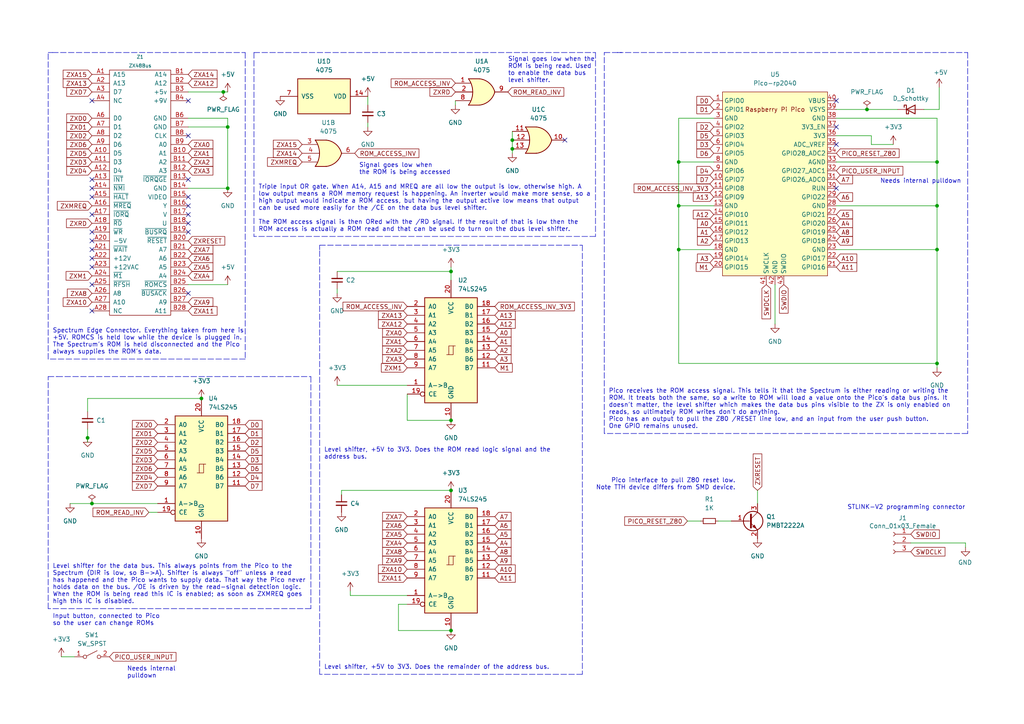
<source format=kicad_sch>
(kicad_sch (version 20211123) (generator eeschema)
  (paper "A4")
  (title_block (title "ZX Spectrum Pico ROM") (date "2023-02-15") (rev "1.2"))
  (lib_symbols
    (symbol "4xxx:4075" (pin_names (offset 1.016))
      (property "Reference" "U" (at 0 1.27 0))
      (property "Value" "4075" (at 0 -1.27 0))
      (symbol "4075_1_1"
        (arc (start -3.81 -3.81) (mid -2.589 0) (end -3.81 3.81) (stroke (width 0.254)))
        (arc (start -0.6096 -3.81) (mid 2.1842 -2.5851) (end 3.81 0) (stroke (width 0.254)) (fill (type background)))
        (polyline (pts (xy -3.81 -3.81) (xy -0.635 -3.81)) (stroke (width 0.254)) (fill (type background)))
        (polyline (pts (xy -3.81 3.81) (xy -0.635 3.81)) (stroke (width 0.254)) (fill (type background)))
        (polyline (pts (xy -0.635 3.81) (xy -3.81 3.81) (xy -3.81 3.81) (xy -3.556 3.4036) (xy -3.0226 2.2606) (xy -2.6924 1.0414) (xy -2.6162 -0.254) (xy -2.7686 -1.4986) (xy -3.175 -2.7178) (xy -3.81 -3.81) (xy -3.81 -3.81) (xy -0.635 -3.81)) (stroke (width -25.4)) (fill (type background)))
        (arc (start 3.81 0) (mid 2.1915 2.5936) (end -0.6096 3.81) (stroke (width 0.254)) (fill (type background)))
        (pin input line (at -7.62 2.54 0) (length 4.318) (name "~") (number "1"))
        (pin input line (at -7.62 0 0) (length 4.953) (name "~") (number "2"))
        (pin input line (at -7.62 -2.54 0) (length 4.318) (name "~") (number "8"))
        (pin output line (at 7.62 0 180) (length 3.81) (name "~") (number "9"))
      )
      (symbol "4075_1_2"
        (arc (start 0 -3.81) (mid 3.81 0) (end 0 3.81) (stroke (width 0.254)) (fill (type background)))
        (polyline (pts (xy 0 3.81) (xy -3.81 3.81) (xy -3.81 -3.81) (xy 0 -3.81)) (stroke (width 0.254)) (fill (type background)))
        (pin input inverted (at -7.62 2.54 0) (length 3.81) (name "~") (number "1"))
        (pin input inverted (at -7.62 0 0) (length 3.81) (name "~") (number "2"))
        (pin input inverted (at -7.62 -2.54 0) (length 3.81) (name "~") (number "8"))
        (pin output inverted (at 7.62 0 180) (length 3.81) (name "~") (number "9"))
      )
      (symbol "4075_2_1"
        (arc (start -3.81 -3.81) (mid -2.589 0) (end -3.81 3.81) (stroke (width 0.254)))
        (arc (start -0.6096 -3.81) (mid 2.1842 -2.5851) (end 3.81 0) (stroke (width 0.254)) (fill (type background)))
        (polyline (pts (xy -3.81 -3.81) (xy -0.635 -3.81)) (stroke (width 0.254)) (fill (type background)))
        (polyline (pts (xy -3.81 3.81) (xy -0.635 3.81)) (stroke (width 0.254)) (fill (type background)))
        (polyline (pts (xy -0.635 3.81) (xy -3.81 3.81) (xy -3.81 3.81) (xy -3.556 3.4036) (xy -3.0226 2.2606) (xy -2.6924 1.0414) (xy -2.6162 -0.254) (xy -2.7686 -1.4986) (xy -3.175 -2.7178) (xy -3.81 -3.81) (xy -3.81 -3.81) (xy -0.635 -3.81)) (stroke (width -25.4)) (fill (type background)))
        (arc (start 3.81 0) (mid 2.1915 2.5936) (end -0.6096 3.81) (stroke (width 0.254)) (fill (type background)))
        (pin input line (at -7.62 2.54 0) (length 4.318) (name "~") (number "3"))
        (pin input line (at -7.62 0 0) (length 4.953) (name "~") (number "4"))
        (pin input line (at -7.62 -2.54 0) (length 4.318) (name "~") (number "5"))
        (pin output line (at 7.62 0 180) (length 3.81) (name "~") (number "6"))
      )
      (symbol "4075_2_2"
        (arc (start 0 -3.81) (mid 3.81 0) (end 0 3.81) (stroke (width 0.254)) (fill (type background)))
        (polyline (pts (xy 0 3.81) (xy -3.81 3.81) (xy -3.81 -3.81) (xy 0 -3.81)) (stroke (width 0.254)) (fill (type background)))
        (pin input inverted (at -7.62 2.54 0) (length 3.81) (name "~") (number "3"))
        (pin input inverted (at -7.62 0 0) (length 3.81) (name "~") (number "4"))
        (pin input inverted (at -7.62 -2.54 0) (length 3.81) (name "~") (number "5"))
        (pin output inverted (at 7.62 0 180) (length 3.81) (name "~") (number "6"))
      )
      (symbol "4075_3_1"
        (arc (start -3.81 -3.81) (mid -2.589 0) (end -3.81 3.81) (stroke (width 0.254)))
        (arc (start -0.6096 -3.81) (mid 2.1842 -2.5851) (end 3.81 0) (stroke (width 0.254)) (fill (type background)))
        (polyline (pts (xy -3.81 -3.81) (xy -0.635 -3.81)) (stroke (width 0.254)) (fill (type background)))
        (polyline (pts (xy -3.81 3.81) (xy -0.635 3.81)) (stroke (width 0.254)) (fill (type background)))
        (polyline (pts (xy -0.635 3.81) (xy -3.81 3.81) (xy -3.81 3.81) (xy -3.556 3.4036) (xy -3.0226 2.2606) (xy -2.6924 1.0414) (xy -2.6162 -0.254) (xy -2.7686 -1.4986) (xy -3.175 -2.7178) (xy -3.81 -3.81) (xy -3.81 -3.81) (xy -0.635 -3.81)) (stroke (width -25.4)) (fill (type background)))
        (arc (start 3.81 0) (mid 2.1915 2.5936) (end -0.6096 3.81) (stroke (width 0.254)) (fill (type background)))
        (pin output line (at 7.62 0 180) (length 3.81) (name "~") (number "10"))
        (pin input line (at -7.62 2.54 0) (length 4.318) (name "~") (number "11"))
        (pin input line (at -7.62 0 0) (length 4.953) (name "~") (number "12"))
        (pin input line (at -7.62 -2.54 0) (length 4.318) (name "~") (number "13"))
      )
      (symbol "4075_3_2"
        (arc (start 0 -3.81) (mid 3.81 0) (end 0 3.81) (stroke (width 0.254)) (fill (type background)))
        (polyline (pts (xy 0 3.81) (xy -3.81 3.81) (xy -3.81 -3.81) (xy 0 -3.81)) (stroke (width 0.254)) (fill (type background)))
        (pin output inverted (at 7.62 0 180) (length 3.81) (name "~") (number "10"))
        (pin input inverted (at -7.62 2.54 0) (length 3.81) (name "~") (number "11"))
        (pin input inverted (at -7.62 0 0) (length 3.81) (name "~") (number "12"))
        (pin input inverted (at -7.62 -2.54 0) (length 3.81) (name "~") (number "13"))
      )
      (symbol "4075_4_0"
        (pin power_in line (at 0 12.7 270) (length 5.08) (name "VDD") (number "14"))
        (pin power_in line (at 0 -12.7 90) (length 5.08) (name "VSS") (number "7"))
      )
      (symbol "4075_4_1"
        (rectangle (start -5.08 7.62) (end 5.08 -7.62) (stroke (width 0.254)) (fill (type background)))
      )
    )
    (symbol "74LS245_1" (pin_names (offset 1.016))
      (property "Reference" "U2" (at 2.0194 20.32 0))
      (property "Value" "74LS245_1" (at 2.0194 17.78 0))
      (symbol "74LS245_1_1_0"
        (polyline (pts (xy -0.635 -1.27) (xy -0.635 1.27) (xy 0.635 1.27)))
        (polyline (pts (xy -1.27 -1.27) (xy 0.635 -1.27) (xy 0.635 1.27) (xy 1.27 1.27)))
        (pin input line (at -12.7 -10.16 0) (length 5.08) (name "A->B") (number "1"))
        (pin power_in line (at 0 -20.32 90) (length 5.08) (name "GND") (number "10"))
        (pin tri_state line (at 12.7 -5.08 180) (length 5.08) (name "B7") (number "11"))
        (pin tri_state line (at 12.7 -2.54 180) (length 5.08) (name "B6") (number "12"))
        (pin tri_state line (at 12.7 0 180) (length 5.08) (name "B5") (number "13"))
        (pin tri_state line (at 12.7 2.54 180) (length 5.08) (name "B4") (number "14"))
        (pin tri_state line (at 12.7 5.08 180) (length 5.08) (name "B3") (number "15"))
        (pin tri_state line (at 12.7 7.62 180) (length 5.08) (name "B2") (number "16"))
        (pin tri_state line (at 12.7 10.16 180) (length 5.08) (name "B1") (number "17"))
        (pin tri_state line (at 12.7 12.7 180) (length 5.08) (name "B0") (number "18"))
        (pin input inverted (at -12.7 -12.7 0) (length 5.08) (name "CE") (number "19"))
        (pin input line (at -12.7 12.7 0) (length 5.08) (name "A0") (number "2"))
        (pin power_in line (at 0 20.32 270) (length 5.08) (name "VCC") (number "20"))
        (pin tri_state line (at -12.7 10.16 0) (length 5.08) (name "A1") (number "3"))
        (pin tri_state line (at -12.7 7.62 0) (length 5.08) (name "A2") (number "4"))
        (pin tri_state line (at -12.7 5.08 0) (length 5.08) (name "A3") (number "5"))
        (pin tri_state line (at -12.7 2.54 0) (length 5.08) (name "A4") (number "6"))
        (pin tri_state line (at -12.7 0 0) (length 5.08) (name "A5") (number "7"))
        (pin tri_state line (at -12.7 -2.54 0) (length 5.08) (name "A6") (number "8"))
        (pin tri_state line (at -12.7 -5.08 0) (length 5.08) (name "A7") (number "9"))
      )
      (symbol "74LS245_1_1_1"
        (rectangle (start -7.62 15.24) (end 7.62 -15.24) (stroke (width 0.254)) (fill (type background)))
      )
    )
    (symbol "74xx:74LS245" (pin_names (offset 1.016))
      (property "Reference" "U" (at -7.62 16.51 0))
      (property "Value" "74LS245" (at -7.62 -16.51 0))
      (symbol "74LS245_1_0"
        (polyline (pts (xy -0.635 -1.27) (xy -0.635 1.27) (xy 0.635 1.27)))
        (polyline (pts (xy -1.27 -1.27) (xy 0.635 -1.27) (xy 0.635 1.27) (xy 1.27 1.27)))
        (pin input line (at -12.7 -10.16 0) (length 5.08) (name "A->B") (number "1"))
        (pin power_in line (at 0 -20.32 90) (length 5.08) (name "GND") (number "10"))
        (pin tri_state line (at 12.7 -5.08 180) (length 5.08) (name "B7") (number "11"))
        (pin tri_state line (at 12.7 -2.54 180) (length 5.08) (name "B6") (number "12"))
        (pin tri_state line (at 12.7 0 180) (length 5.08) (name "B5") (number "13"))
        (pin tri_state line (at 12.7 2.54 180) (length 5.08) (name "B4") (number "14"))
        (pin tri_state line (at 12.7 5.08 180) (length 5.08) (name "B3") (number "15"))
        (pin tri_state line (at 12.7 7.62 180) (length 5.08) (name "B2") (number "16"))
        (pin tri_state line (at 12.7 10.16 180) (length 5.08) (name "B1") (number "17"))
        (pin tri_state line (at 12.7 12.7 180) (length 5.08) (name "B0") (number "18"))
        (pin input inverted (at -12.7 -12.7 0) (length 5.08) (name "CE") (number "19"))
        (pin tri_state line (at -12.7 12.7 0) (length 5.08) (name "A0") (number "2"))
        (pin power_in line (at 0 20.32 270) (length 5.08) (name "VCC") (number "20"))
        (pin tri_state line (at -12.7 10.16 0) (length 5.08) (name "A1") (number "3"))
        (pin tri_state line (at -12.7 7.62 0) (length 5.08) (name "A2") (number "4"))
        (pin tri_state line (at -12.7 5.08 0) (length 5.08) (name "A3") (number "5"))
        (pin tri_state line (at -12.7 2.54 0) (length 5.08) (name "A4") (number "6"))
        (pin tri_state line (at -12.7 0 0) (length 5.08) (name "A5") (number "7"))
        (pin tri_state line (at -12.7 -2.54 0) (length 5.08) (name "A6") (number "8"))
        (pin tri_state line (at -12.7 -5.08 0) (length 5.08) (name "A7") (number "9"))
      )
      (symbol "74LS245_1_1"
        (rectangle (start -7.62 15.24) (end 7.62 -15.24) (stroke (width 0.254)) (fill (type background)))
      )
    )
    (symbol "Connector:Conn_01x03_Female" (pin_names (offset 1.016) hide)
      (property "Reference" "J" (at 0 5.08 0))
      (property "Value" "Conn_01x03_Female" (at 0 -5.08 0))
      (symbol "Conn_01x03_Female_1_1"
        (arc (start 0 -2.032) (mid -0.508 -2.54) (end 0 -3.048) (stroke (width 0.1524)))
        (polyline (pts (xy -1.27 -2.54) (xy -0.508 -2.54)) (stroke (width 0.1524)))
        (polyline (pts (xy -1.27 0) (xy -0.508 0)) (stroke (width 0.1524)))
        (polyline (pts (xy -1.27 2.54) (xy -0.508 2.54)) (stroke (width 0.1524)))
        (arc (start 0 0.508) (mid -0.508 0) (end 0 -0.508) (stroke (width 0.1524)))
        (arc (start 0 3.048) (mid -0.508 2.54) (end 0 2.032) (stroke (width 0.1524)))
        (pin passive line (at -5.08 2.54 0) (length 3.81) (name "Pin_1") (number "1"))
        (pin passive line (at -5.08 0 0) (length 3.81) (name "Pin_2") (number "2"))
        (pin passive line (at -5.08 -2.54 0) (length 3.81) (name "Pin_3") (number "3"))
      )
    )
    (symbol "Device:C_Small" (pin_numbers hide) (pin_names (offset 0.254) hide)
      (property "Reference" "C" (at 0.254 1.778 0))
      (property "Value" "C_Small" (at 0.254 -2.032 0))
      (symbol "C_Small_0_1"
        (polyline (pts (xy -1.524 -0.508) (xy 1.524 -0.508)) (stroke (width 0.3302)))
        (polyline (pts (xy -1.524 0.508) (xy 1.524 0.508)) (stroke (width 0.3048)))
      )
      (symbol "C_Small_1_1"
        (pin passive line (at 0 2.54 270) (length 2.032) (name "~") (number "1"))
        (pin passive line (at 0 -2.54 90) (length 2.032) (name "~") (number "2"))
      )
    )
    (symbol "Device:D_Schottky" (pin_numbers hide) (pin_names (offset 1.016) hide)
      (property "Reference" "D" (at 0 2.54 0))
      (property "Value" "D_Schottky" (at 0 -2.54 0))
      (symbol "D_Schottky_0_1"
        (polyline (pts (xy 1.27 0) (xy -1.27 0)))
        (polyline (pts (xy 1.27 1.27) (xy 1.27 -1.27) (xy -1.27 0) (xy 1.27 1.27)) (stroke (width 0.254)))
        (polyline (pts (xy -1.905 0.635) (xy -1.905 1.27) (xy -1.27 1.27) (xy -1.27 -1.27) (xy -0.635 -1.27) (xy -0.635 -0.635)) (stroke (width 0.254)))
      )
      (symbol "D_Schottky_1_1"
        (pin passive line (at -3.81 0 0) (length 2.54) (name "K") (number "1"))
        (pin passive line (at 3.81 0 180) (length 2.54) (name "A") (number "2"))
      )
    )
    (symbol "Device:R_Small" (pin_numbers hide) (pin_names (offset 0.254) hide)
      (property "Reference" "R" (at 0.762 0.508 0))
      (property "Value" "R_Small" (at 0.762 -1.016 0))
      (symbol "R_Small_0_1"
        (rectangle (start -0.762 1.778) (end 0.762 -1.778) (stroke (width 0.2032)))
      )
      (symbol "R_Small_1_1"
        (pin passive line (at 0 2.54 270) (length 0.762) (name "~") (number "1"))
        (pin passive line (at 0 -2.54 90) (length 0.762) (name "~") (number "2"))
      )
    )
    (symbol "Switch:SW_SPST" (pin_names (offset 0) hide)
      (property "Reference" "SW" (at 0 3.175 0))
      (property "Value" "SW_SPST" (at 0 -2.54 0))
      (symbol "SW_SPST_0_0"
        (circle (center -2.032 0) (radius 0.508))
        (polyline (pts (xy -1.524 0.254) (xy 1.524 1.778)))
        (circle (center 2.032 0) (radius 0.508))
      )
      (symbol "SW_SPST_1_1"
        (pin passive line (at -5.08 0 0) (length 2.54) (name "A") (number "1"))
        (pin passive line (at 5.08 0 180) (length 2.54) (name "B") (number "2"))
      )
    )
    (symbol "pico-sym:Pico"
      (property "Reference" "U" (at -13.97 27.94 0))
      (property "Value" "Pico" (at 0 19.05 0))
      (symbol "Pico_0_0"
        (text "Raspberry Pi Pico" (at 0 21.59 0) (effects (font (size 1.27 1.27))))
      )
      (symbol "Pico_0_1"
        (rectangle (start -15.24 26.67) (end 15.24 -26.67) (fill (type background)))
      )
      (symbol "Pico_1_1"
        (pin bidirectional line (at -17.78 24.13 0) (length 2.54) (name "GPIO0") (number "1"))
        (pin bidirectional line (at -17.78 1.27 0) (length 2.54) (name "GPIO7") (number "10"))
        (pin bidirectional line (at -17.78 -1.27 0) (length 2.54) (name "GPIO8") (number "11"))
        (pin bidirectional line (at -17.78 -3.81 0) (length 2.54) (name "GPIO9") (number "12"))
        (pin power_in line (at -17.78 -6.35 0) (length 2.54) (name "GND") (number "13"))
        (pin bidirectional line (at -17.78 -8.89 0) (length 2.54) (name "GPIO10") (number "14"))
        (pin bidirectional line (at -17.78 -11.43 0) (length 2.54) (name "GPIO11") (number "15"))
        (pin bidirectional line (at -17.78 -13.97 0) (length 2.54) (name "GPIO12") (number "16"))
        (pin bidirectional line (at -17.78 -16.51 0) (length 2.54) (name "GPIO13") (number "17"))
        (pin power_in line (at -17.78 -19.05 0) (length 2.54) (name "GND") (number "18"))
        (pin bidirectional line (at -17.78 -21.59 0) (length 2.54) (name "GPIO14") (number "19"))
        (pin bidirectional line (at -17.78 21.59 0) (length 2.54) (name "GPIO1") (number "2"))
        (pin bidirectional line (at -17.78 -24.13 0) (length 2.54) (name "GPIO15") (number "20"))
        (pin bidirectional line (at 17.78 -24.13 180) (length 2.54) (name "GPIO16") (number "21"))
        (pin bidirectional line (at 17.78 -21.59 180) (length 2.54) (name "GPIO17") (number "22"))
        (pin power_in line (at 17.78 -19.05 180) (length 2.54) (name "GND") (number "23"))
        (pin bidirectional line (at 17.78 -16.51 180) (length 2.54) (name "GPIO18") (number "24"))
        (pin bidirectional line (at 17.78 -13.97 180) (length 2.54) (name "GPIO19") (number "25"))
        (pin bidirectional line (at 17.78 -11.43 180) (length 2.54) (name "GPIO20") (number "26"))
        (pin bidirectional line (at 17.78 -8.89 180) (length 2.54) (name "GPIO21") (number "27"))
        (pin power_in line (at 17.78 -6.35 180) (length 2.54) (name "GND") (number "28"))
        (pin bidirectional line (at 17.78 -3.81 180) (length 2.54) (name "GPIO22") (number "29"))
        (pin power_in line (at -17.78 19.05 0) (length 2.54) (name "GND") (number "3"))
        (pin input line (at 17.78 -1.27 180) (length 2.54) (name "RUN") (number "30"))
        (pin bidirectional line (at 17.78 1.27 180) (length 2.54) (name "GPIO26_ADC0") (number "31"))
        (pin bidirectional line (at 17.78 3.81 180) (length 2.54) (name "GPIO27_ADC1") (number "32"))
        (pin power_in line (at 17.78 6.35 180) (length 2.54) (name "AGND") (number "33"))
        (pin bidirectional line (at 17.78 8.89 180) (length 2.54) (name "GPIO28_ADC2") (number "34"))
        (pin power_in line (at 17.78 11.43 180) (length 2.54) (name "ADC_VREF") (number "35"))
        (pin power_in line (at 17.78 13.97 180) (length 2.54) (name "3V3") (number "36"))
        (pin input line (at 17.78 16.51 180) (length 2.54) (name "3V3_EN") (number "37"))
        (pin bidirectional line (at 17.78 19.05 180) (length 2.54) (name "GND") (number "38"))
        (pin power_in line (at 17.78 21.59 180) (length 2.54) (name "VSYS") (number "39"))
        (pin bidirectional line (at -17.78 16.51 0) (length 2.54) (name "GPIO2") (number "4"))
        (pin power_in line (at 17.78 24.13 180) (length 2.54) (name "VBUS") (number "40"))
        (pin input line (at -2.54 -29.21 90) (length 2.54) (name "SWCLK") (number "41"))
        (pin power_in line (at 0 -29.21 90) (length 2.54) (name "GND") (number "42"))
        (pin bidirectional line (at 2.54 -29.21 90) (length 2.54) (name "SWDIO") (number "43"))
        (pin bidirectional line (at -17.78 13.97 0) (length 2.54) (name "GPIO3") (number "5"))
        (pin bidirectional line (at -17.78 11.43 0) (length 2.54) (name "GPIO4") (number "6"))
        (pin bidirectional line (at -17.78 8.89 0) (length 2.54) (name "GPIO5") (number "7"))
        (pin power_in line (at -17.78 6.35 0) (length 2.54) (name "GND") (number "8"))
        (pin bidirectional line (at -17.78 3.81 0) (length 2.54) (name "GPIO6") (number "9"))
      )
    )
    (symbol "pmbt2222a:PMBT2222A" (pin_names (offset 0) hide)
      (property "Reference" "Q" (at 5.08 1.905 0))
      (property "Value" "PMBT2222A" (at 5.08 0 0))
      (symbol "PMBT2222A_0_1"
        (polyline (pts (xy 0 0) (xy 0.635 0)))
        (polyline (pts (xy 2.54 -2.54) (xy 0.635 -0.635)))
        (polyline (pts (xy 2.54 2.54) (xy 0.635 0.635)))
        (polyline (pts (xy 0.635 1.905) (xy 0.635 -1.905) (xy 0.635 -1.905)) (stroke (width 0.508)))
        (polyline (pts (xy 2.413 -2.413) (xy 1.905 -1.905) (xy 1.905 -1.905)))
        (polyline (pts (xy 1.143 -1.651) (xy 1.651 -1.143) (xy 2.159 -2.159) (xy 1.143 -1.651) (xy 1.143 -1.651)) (fill (type outline)))
        (circle (center 1.27 0) (radius 2.8194) (stroke (width 0.254)))
      )
      (symbol "PMBT2222A_1_1"
        (pin input line (at -5.08 0 0) (length 5.08) (name "B") (number "1"))
        (pin passive line (at 2.54 -5.08 90) (length 2.54) (name "E") (number "2"))
        (pin passive line (at 2.54 5.08 270) (length 2.54) (name "C") (number "3"))
      )
    )
    (symbol "power:+3V3" (power) (pin_names (offset 0))
      (property "Value" "+3V3" (at 0 3.556 0))
      (symbol "+3V3_0_1"
        (polyline (pts (xy -0.762 1.27) (xy 0 2.54)))
        (polyline (pts (xy 0 0) (xy 0 2.54)))
        (polyline (pts (xy 0 2.54) (xy 0.762 1.27)))
      )
      (symbol "+3V3_1_1"
        (pin power_in line (at 0 0 90) (length 0) hide (name "+3V3") (number "1"))
      )
    )
    (symbol "power:+5V" (power) (pin_names (offset 0))
      (property "Value" "+5V" (at 0 3.556 0))
      (symbol "+5V_0_1"
        (polyline (pts (xy -0.762 1.27) (xy 0 2.54)))
        (polyline (pts (xy 0 0) (xy 0 2.54)))
        (polyline (pts (xy 0 2.54) (xy 0.762 1.27)))
      )
      (symbol "+5V_1_1"
        (pin power_in line (at 0 0 90) (length 0) hide (name "+5V") (number "1"))
      )
    )
    (symbol "power:GND" (power) (pin_names (offset 0))
      (property "Value" "GND" (at 0 -3.81 0))
      (symbol "GND_0_1"
        (polyline (pts (xy 0 0) (xy 0 -1.27) (xy 1.27 -1.27) (xy 0 -2.54) (xy -1.27 -1.27) (xy 0 -1.27)))
      )
      (symbol "GND_1_1"
        (pin power_in line (at 0 0 270) (length 0) hide (name "GND") (number "1"))
      )
    )
    (symbol "power:PWR_FLAG" (power) (pin_numbers hide) (pin_names (offset 0) hide)
      (property "Value" "PWR_FLAG" (at 0 3.81 0))
      (symbol "PWR_FLAG_0_0"
        (pin power_out line (at 0 0 90) (length 0) (name "pwr") (number "1"))
      )
      (symbol "PWR_FLAG_0_1"
        (polyline (pts (xy 0 0) (xy 0 1.27) (xy -1.016 1.905) (xy 0 2.54) (xy 1.016 1.905) (xy 0 1.27)))
      )
    )
    (symbol "zxbus:ZX48Bus" (pin_names (offset 1.016))
      (property "Reference" "Z1" (at 8.89 86.36 0))
      (property "Value" "ZX48Bus" (at 8.89 83.82 0))
      (symbol "ZX48Bus_0_0"
        (rectangle (start 0 82.55) (end 17.78 11.43))
      )
      (symbol "ZX48Bus_1_1"
        (pin bidirectional line (at -5.08 81.28 0) (length 5.08) (name "A15") (number "A1"))
        (pin input line (at -5.08 58.42 0) (length 5.08) (name "D5") (number "A10"))
        (pin input line (at -5.08 55.88 0) (length 5.08) (name "D3") (number "A11"))
        (pin input line (at -5.08 53.34 0) (length 5.08) (name "D4") (number "A12"))
        (pin input line (at -5.08 50.8 0) (length 5.08) (name "~{INT}") (number "A13"))
        (pin input line (at -5.08 48.26 0) (length 5.08) (name "~{NMI}") (number "A14"))
        (pin input line (at -5.08 45.72 0) (length 5.08) (name "~{HALT}") (number "A15"))
        (pin bidirectional line (at -5.08 43.18 0) (length 5.08) (name "~{MREQ}") (number "A16"))
        (pin input line (at -5.08 40.64 0) (length 5.08) (name "~{IORQ}") (number "A17"))
        (pin bidirectional line (at -5.08 38.1 0) (length 5.08) (name "~{RD}") (number "A18"))
        (pin bidirectional line (at -5.08 35.56 0) (length 5.08) (name "~{WR}") (number "A19"))
        (pin input line (at -5.08 78.74 0) (length 5.08) (name "A13") (number "A2"))
        (pin input line (at -5.08 33.02 0) (length 5.08) (name "-5V") (number "A20"))
        (pin input line (at -5.08 30.48 0) (length 5.08) (name "~{WAIT}") (number "A21"))
        (pin input line (at -5.08 27.94 0) (length 5.08) (name "+12V") (number "A22"))
        (pin input line (at -5.08 25.4 0) (length 5.08) (name "+12VAC") (number "A23"))
        (pin input line (at -5.08 22.86 0) (length 5.08) (name "~{M1}") (number "A24"))
        (pin input line (at -5.08 20.32 0) (length 5.08) (name "~{RFSH}") (number "A25"))
        (pin input line (at -5.08 17.78 0) (length 5.08) (name "A8") (number "A26"))
        (pin input line (at -5.08 15.24 0) (length 5.08) (name "A10") (number "A27"))
        (pin input line (at -5.08 12.7 0) (length 5.08) (name "NC") (number "A28"))
        (pin input line (at -5.08 76.2 0) (length 5.08) (name "D7") (number "A3"))
        (pin input line (at -5.08 73.66 0) (length 5.08) (name "NC") (number "A4"))
        (pin input line (at -5.08 68.58 0) (length 5.08) (name "D0") (number "A6"))
        (pin input line (at -5.08 66.04 0) (length 5.08) (name "D1") (number "A7"))
        (pin input line (at -5.08 63.5 0) (length 5.08) (name "D2") (number "A8"))
        (pin input line (at -5.08 60.96 0) (length 5.08) (name "D6") (number "A9"))
        (pin bidirectional line (at 22.86 81.28 180) (length 5.08) (name "A14") (number "B1"))
        (pin input line (at 22.86 58.42 180) (length 5.08) (name "A1") (number "B10"))
        (pin input line (at 22.86 55.88 180) (length 5.08) (name "A2") (number "B11"))
        (pin input line (at 22.86 53.34 180) (length 5.08) (name "A3") (number "B12"))
        (pin input line (at 22.86 50.8 180) (length 5.08) (name "~{IORQGE}") (number "B13"))
        (pin input line (at 22.86 48.26 180) (length 5.08) (name "GND") (number "B14"))
        (pin input line (at 22.86 45.72 180) (length 5.08) (name "VIDEO") (number "B15"))
        (pin input line (at 22.86 43.18 180) (length 5.08) (name "Y") (number "B16"))
        (pin input line (at 22.86 40.64 180) (length 5.08) (name "V") (number "B17"))
        (pin input line (at 22.86 38.1 180) (length 5.08) (name "U") (number "B18"))
        (pin input line (at 22.86 35.56 180) (length 5.08) (name "~{BUSRQ}") (number "B19"))
        (pin input line (at 22.86 78.74 180) (length 5.08) (name "A12") (number "B2"))
        (pin input line (at 22.86 33.02 180) (length 5.08) (name "~{RESET}") (number "B20"))
        (pin input line (at 22.86 30.48 180) (length 5.08) (name "A7") (number "B21"))
        (pin input line (at 22.86 27.94 180) (length 5.08) (name "A6") (number "B22"))
        (pin input line (at 22.86 25.4 180) (length 5.08) (name "A5") (number "B23"))
        (pin input line (at 22.86 22.86 180) (length 5.08) (name "A4") (number "B24"))
        (pin input line (at 22.86 20.32 180) (length 5.08) (name "~{ROMCS}") (number "B25"))
        (pin input line (at 22.86 17.78 180) (length 5.08) (name "~{BUSACK}") (number "B26"))
        (pin input line (at 22.86 15.24 180) (length 5.08) (name "A9") (number "B27"))
        (pin input line (at 22.86 12.7 180) (length 5.08) (name "A11") (number "B28"))
        (pin input line (at 22.86 76.2 180) (length 5.08) (name "+5v") (number "B3"))
        (pin input line (at 22.86 73.66 180) (length 5.08) (name "+9V") (number "B4"))
        (pin power_in line (at 22.86 68.58 180) (length 5.08) (name "GND") (number "B6"))
        (pin power_in line (at 22.86 66.04 180) (length 5.08) (name "GND") (number "B7"))
        (pin input line (at 22.86 63.5 180) (length 5.08) (name "CLK") (number "B8"))
        (pin input line (at 22.86 60.96 180) (length 5.08) (name "A0") (number "B9"))
      )
    )
  )
  (junction (at 25.4 127))
  (junction (at 58.42 115.57))
  (junction (at 196.85 72.39))
  (junction (at 130.81 182.88))
  (junction (at 196.85 59.69))
  (junction (at 66.04 54.61))
  (junction (at 271.78 105.41))
  (junction (at 148.59 40.64))
  (junction (at 148.59 43.18))
  (junction (at 130.81 142.24))
  (junction (at 271.78 72.39))
  (junction (at 26.67 146.05))
  (junction (at 130.81 78.74))
  (junction (at 64.77 26.67))
  (junction (at 271.78 59.69))
  (junction (at 130.81 121.92))
  (junction (at 196.85 46.99))
  (junction (at 66.04 36.83))
  (junction (at 251.46 31.75))
  (junction (at 271.78 46.99))
  (no_connect (at 54.61 62.23))
  (no_connect (at 54.61 29.21))
  (no_connect (at 54.61 67.31))
  (no_connect (at 26.67 67.31))
  (no_connect (at 26.67 29.21))
  (no_connect (at 54.61 85.09))
  (no_connect (at 26.67 57.15))
  (no_connect (at 54.61 59.69))
  (no_connect (at 54.61 57.15))
  (no_connect (at 242.57 36.83))
  (no_connect (at 26.67 72.39))
  (no_connect (at 26.67 69.85))
  (no_connect (at 26.67 62.23))
  (no_connect (at 54.61 52.07))
  (no_connect (at 26.67 74.93))
  (no_connect (at 54.61 39.37))
  (no_connect (at 26.67 52.07))
  (no_connect (at 54.61 64.77))
  (no_connect (at 163.83 40.64))
  (no_connect (at 26.67 82.55))
  (no_connect (at 242.57 54.61))
  (no_connect (at 26.67 54.61))
  (no_connect (at 26.67 77.47))
  (no_connect (at 26.67 90.17))
  (no_connect (at 242.57 41.91))
  (no_connect (at 242.57 29.21))
  (wire (pts (xy 280.035 158.75) (xy 280.035 157.48)))
  (wire (pts (xy 208.28 151.13) (xy 212.09 151.13)))
  (wire (pts (xy 66.04 36.83) (xy 66.04 54.61)))
  (polyline (pts (xy 13.97 104.14) (xy 13.97 15.24)))
  (wire (pts (xy 26.67 146.05) (xy 45.72 146.05)))
  (wire (pts (xy 115.57 175.26) (xy 115.57 182.88)))
  (wire (pts (xy 130.81 78.74) (xy 130.81 81.28)))
  (polyline (pts (xy 16.51 109.22) (xy 90.17 109.22)))
  (wire (pts (xy 54.61 26.67) (xy 64.77 26.67)))
  (wire (pts (xy 148.59 40.64) (xy 148.59 43.18)))
  (wire (pts (xy 25.4 115.57) (xy 58.42 115.57)))
  (wire (pts (xy 271.78 59.69) (xy 271.78 72.39)))
  (polyline (pts (xy 13.97 176.53) (xy 13.97 109.22)))
  (wire (pts (xy 252.73 39.37) (xy 252.73 41.91)))
  (polyline (pts (xy 71.12 15.24) (xy 71.12 104.14)))
  (polyline (pts (xy 175.26 125.73) (xy 175.26 15.24)))
  (wire (pts (xy 97.79 83.82) (xy 97.79 85.09)))
  (wire (pts (xy 242.57 46.99) (xy 271.78 46.99)))
  (polyline (pts (xy 73.66 15.24) (xy 73.66 68.58)))
  (wire (pts (xy 196.85 46.99) (xy 207.01 46.99)))
  (wire (pts (xy 20.32 146.05) (xy 26.67 146.05)))
  (wire (pts (xy 45.72 148.59) (xy 43.18 148.59)))
  (polyline (pts (xy 15.24 15.24) (xy 71.12 15.24)))
  (wire (pts (xy 106.68 35.56) (xy 106.68 36.83)))
  (polyline (pts (xy 90.17 176.53) (xy 13.97 176.53)))
  (wire (pts (xy 132.08 29.21) (xy 132.08 30.48)))
  (wire (pts (xy 25.4 115.57) (xy 25.4 119.38)))
  (wire (pts (xy 280.035 157.48) (xy 264.16 157.48)))
  (polyline (pts (xy 90.17 109.22) (xy 90.17 176.53)))
  (polyline (pts (xy 13.97 109.22) (xy 16.51 109.22)))
  (wire (pts (xy 272.415 31.75) (xy 267.97 31.75)))
  (polyline (pts (xy 172.72 68.58) (xy 73.66 68.58)))
  (wire (pts (xy 25.4 127) (xy 25.4 128.27)))
  (polyline (pts (xy 172.72 15.24) (xy 172.72 68.58)))
  (polyline (pts (xy 13.97 15.24) (xy 15.24 15.24)))
  (wire (pts (xy 252.73 41.91) (xy 259.08 41.91)))
  (wire (pts (xy 106.68 27.94) (xy 106.68 30.48)))
  (wire (pts (xy 196.85 72.39) (xy 196.85 105.41)))
  (wire (pts (xy 271.78 106.68) (xy 271.78 105.41)))
  (wire (pts (xy 196.85 72.39) (xy 207.01 72.39)))
  (polyline (pts (xy 92.71 72.39) (xy 92.71 72.39)))
  (wire (pts (xy 97.79 111.76) (xy 118.11 111.76)))
  (polyline (pts (xy 92.71 195.58) (xy 92.71 72.39)))
  (wire (pts (xy 17.78 190.5) (xy 21.59 190.5)))
  (wire (pts (xy 148.59 43.18) (xy 148.59 44.45)))
  (wire (pts (xy 196.85 34.29) (xy 196.85 46.99)))
  (polyline (pts (xy 280.67 125.73) (xy 175.26 125.73)))
  (wire (pts (xy 272.415 25.4) (xy 272.415 31.75)))
  (wire (pts (xy 224.79 82.55) (xy 224.79 93.98)))
  (wire (pts (xy 101.6 172.72) (xy 118.11 172.72)))
  (wire (pts (xy 242.57 59.69) (xy 271.78 59.69)))
  (polyline (pts (xy 280.67 15.24) (xy 280.67 125.73)))
  (wire (pts (xy 130.81 77.47) (xy 130.81 78.74)))
  (wire (pts (xy 66.04 34.29) (xy 66.04 36.83)))
  (wire (pts (xy 54.61 34.29) (xy 66.04 34.29)))
  (wire (pts (xy 207.01 34.29) (xy 196.85 34.29)))
  (polyline (pts (xy 73.66 15.24) (xy 172.72 15.24)))
  (polyline (pts (xy 92.71 71.12) (xy 168.91 71.12)))
  (wire (pts (xy 148.59 38.1) (xy 148.59 40.64)))
  (polyline (pts (xy 71.12 104.14) (xy 13.97 104.14)))
  (wire (pts (xy 219.71 142.24) (xy 219.71 146.05)))
  (wire (pts (xy 99.06 142.24) (xy 99.06 143.51)))
  (wire (pts (xy 251.46 31.75) (xy 260.35 31.75)))
  (wire (pts (xy 242.57 72.39) (xy 271.78 72.39)))
  (wire (pts (xy 54.61 36.83) (xy 66.04 36.83)))
  (polyline (pts (xy 168.91 71.12) (xy 168.91 195.58)))
  (wire (pts (xy 130.81 142.24) (xy 99.06 142.24)))
  (wire (pts (xy 97.79 78.74) (xy 130.81 78.74)))
  (wire (pts (xy 242.57 31.75) (xy 251.46 31.75)))
  (wire (pts (xy 196.85 59.69) (xy 207.01 59.69)))
  (wire (pts (xy 118.11 114.3) (xy 118.11 121.92)))
  (wire (pts (xy 54.61 82.55) (xy 66.04 82.55)))
  (polyline (pts (xy 175.26 15.24) (xy 180.34 15.24)))
  (wire (pts (xy 25.4 124.46) (xy 25.4 127)))
  (wire (pts (xy 118.11 175.26) (xy 115.57 175.26)))
  (wire (pts (xy 242.57 34.29) (xy 271.78 34.29)))
  (wire (pts (xy 101.6 171.45) (xy 101.6 172.72)))
  (wire (pts (xy 271.78 34.29) (xy 271.78 46.99)))
  (polyline (pts (xy 92.71 71.12) (xy 92.71 72.39)))
  (wire (pts (xy 115.57 182.88) (xy 130.81 182.88)))
  (polyline (pts (xy 168.91 195.58) (xy 92.71 195.58)))
  (polyline (pts (xy 179.07 15.24) (xy 280.67 15.24)))
  (wire (pts (xy 196.85 59.69) (xy 196.85 72.39)))
  (wire (pts (xy 242.57 39.37) (xy 252.73 39.37)))
  (wire (pts (xy 64.77 26.67) (xy 66.04 26.67)))
  (wire (pts (xy 199.39 151.13) (xy 203.2 151.13)))
  (wire (pts (xy 196.85 105.41) (xy 271.78 105.41)))
  (wire (pts (xy 118.11 121.92) (xy 130.81 121.92)))
  (wire (pts (xy 271.78 72.39) (xy 271.78 105.41)))
  (wire (pts (xy 271.78 46.99) (xy 271.78 59.69)))
  (wire (pts (xy 196.85 46.99) (xy 196.85 59.69)))
  (wire (pts (xy 54.61 54.61) (xy 66.04 54.61)))
  (text "Needs internal\npulldown" (at 36.83 196.85 0) (effects (font (size 1.27 1.27)) (justify left bottom)))
  (text "Level shifter, +5V to 3V3. Does the remainder of the address bus." (at 93.98 194.31 0) (effects (font (size 1.27 1.27)) (justify left bottom)))
  (text "Level shifter, +5V to 3V3. Does the ROM read logic signal and the\naddress bus." (at 93.98 133.35 0) (effects (font (size 1.27 1.27)) (justify left bottom)))
  (text "Pico receives the ROM access signal. This tells it that the Spectrum is either reading or writing the\nROM. It treats both the same, so a write to ROM will load a value onto the Pico's data bus pins. It\ndoesn't matter, the level shifter which makes the data bus pins visible to the ZX is only enabled on\nreads, so ultimately ROM writes don't do anything.\nPico has an output to pull the Z80 /RESET line low, and an input from the user push button.\nOne GPIO remains unused." (at 176.53 124.46 0) (effects (font (size 1.27 1.27)) (justify left bottom)))
  (text "Needs internal pulldown" (at 255.27 53.34 0) (effects (font (size 1.27 1.27)) (justify left bottom)))
  (text "Level shifter for the data bus. This always points from the Pico to the\nSpectrum (DIR is low, so B->A). Shifter is always \"off\" unless a read\nhas happened and the Pico wants to supply data. That way the Pico never\nholds data on the bus. /OE is driven by the read-signal detection logic.\nWhen the ROM is being read this IC is enabled; as soon as ZXMREQ goes\nhigh this IC is disabled." (at 15.24 175.26 0) (effects (font (size 1.27 1.27)) (justify left bottom)))
  (text "Triple input OR gate. When A14, A15 and MREQ are all low the output is low, otherwise high. A\nlow output means a ROM memory request is happening. An inverter would make more sense, so a\nhigh output would indicate a ROM access, but having the output active low means that output\ncan be used more easily for the /CE on the data bus level shifter.\n\nThe ROM access signal is then ORed with the /RD signal. If the result of that is low then the\nROM access is actually a ROM read and that can be used to turn on the dbus level shifter." (at 74.93 67.31 0) (effects (font (size 1.27 1.27)) (justify left bottom)))
  (text "Pico interface to pull Z80 reset low.\nNote TTH device differs from SMD device." (at 213.36 142.24 180) (effects (font (size 1.27 1.27)) (justify right bottom)))
  (text "Signal goes low when the\nROM is being read. Used\nto enable the data bus\nlevel shifter." (at 147.32 24.13 0) (effects (font (size 1.27 1.27)) (justify left bottom)))
  (text "Spectrum Edge Connector. Everything taken from here is\n+5V. ROMCS is held low while the device is plugged in.\nThe Spectrum's ROM is held disconnected and the Pico\nalways supplies the ROM's data." (at 15.24 102.87 0) (effects (font (size 1.27 1.27)) (justify left bottom)))
  (text "Input button, connected to Pico\nso the user can change ROMs" (at 15.24 181.61 0) (effects (font (size 1.27 1.27)) (justify left bottom)))
  (text "Signal goes low when\nthe ROM is being accessed" (at 104.14 50.8 0) (effects (font (size 1.27 1.27)) (justify left bottom)))
  (text "STLINK-V2 programming connector" (at 245.745 147.955 0) (effects (font (size 1.27 1.27)) (justify left bottom)))
  (global_label "ZXD1" (shape input) (at 26.67 36.83 180) (property "Intersheet References" "${INTERSHEET_REFS}" (effects hide)))
  (global_label "ZXA0" (shape input) (at 118.11 96.52 180) (property "Intersheet References" "${INTERSHEET_REFS}" (effects hide)))
  (global_label "A11" (shape input) (at 143.51 167.64 0) (property "Intersheet References" "${INTERSHEET_REFS}" (effects hide)))
  (global_label "D4" (shape input) (at 207.01 49.53 180) (property "Intersheet References" "${INTERSHEET_REFS}" (effects hide)))
  (global_label "ZXD5" (shape input) (at 26.67 44.45 180) (property "Intersheet References" "${INTERSHEET_REFS}" (effects hide)))
  (global_label "D3" (shape input) (at 207.01 41.91 180) (property "Intersheet References" "${INTERSHEET_REFS}" (effects hide)))
  (global_label "ZXA6" (shape input) (at 54.61 74.93 0) (property "Intersheet References" "${INTERSHEET_REFS}" (effects hide)))
  (global_label "ZXA1" (shape input) (at 54.61 44.45 0) (property "Intersheet References" "${INTERSHEET_REFS}" (effects hide)))
  (global_label "ROM_ACCESS_INV_3V3" (shape input) (at 143.51 88.9 0) (property "Intersheet References" "${INTERSHEET_REFS}" (effects hide)))
  (global_label "ROM_ACCESS_INV_3V3" (shape input) (at 207.01 54.61 180) (property "Intersheet References" "${INTERSHEET_REFS}" (effects hide)))
  (global_label "ZXRESET" (shape input) (at 219.71 142.24 90) (property "Intersheet References" "${INTERSHEET_REFS}" (effects hide)))
  (global_label "D2" (shape input) (at 71.12 128.27 0) (property "Intersheet References" "${INTERSHEET_REFS}" (effects hide)))
  (global_label "PICO_RESET_Z80" (shape input) (at 242.57 44.45 0) (property "Intersheet References" "${INTERSHEET_REFS}" (effects hide)))
  (global_label "A1" (shape input) (at 207.01 67.31 180) (property "Intersheet References" "${INTERSHEET_REFS}" (effects hide)))
  (global_label "ROM_ACCESS_INV" (shape input) (at 118.11 88.9 180) (property "Intersheet References" "${INTERSHEET_REFS}" (effects hide)))
  (global_label "ZXA15" (shape input) (at 26.67 21.59 180) (property "Intersheet References" "${INTERSHEET_REFS}" (effects hide)))
  (global_label "A13" (shape input) (at 143.51 91.44 0) (property "Intersheet References" "${INTERSHEET_REFS}" (effects hide)))
  (global_label "SWDCLK" (shape input) (at 222.25 82.55 270) (property "Intersheet References" "${INTERSHEET_REFS}" (effects hide)))
  (global_label "D4" (shape input) (at 71.12 138.43 0) (property "Intersheet References" "${INTERSHEET_REFS}" (effects hide)))
  (global_label "ZXRD" (shape input) (at 132.08 26.67 180) (property "Intersheet References" "${INTERSHEET_REFS}" (effects hide)))
  (global_label "A6" (shape input) (at 143.51 152.4 0) (property "Intersheet References" "${INTERSHEET_REFS}" (effects hide)))
  (global_label "ZXA6" (shape input) (at 118.11 152.4 180) (property "Intersheet References" "${INTERSHEET_REFS}" (effects hide)))
  (global_label "ZXA3" (shape input) (at 118.11 104.14 180) (property "Intersheet References" "${INTERSHEET_REFS}" (effects hide)))
  (global_label "A2" (shape input) (at 143.51 101.6 0) (property "Intersheet References" "${INTERSHEET_REFS}" (effects hide)))
  (global_label "ZXA14" (shape input) (at 87.63 44.45 180) (property "Intersheet References" "${INTERSHEET_REFS}" (effects hide)))
  (global_label "PICO_USER_INPUT" (shape input) (at 242.57 49.53 0) (property "Intersheet References" "${INTERSHEET_REFS}" (effects hide)))
  (global_label "PICO_USER_INPUT" (shape input) (at 31.75 190.5 0) (property "Intersheet References" "${INTERSHEET_REFS}" (effects hide)))
  (global_label "ZXA7" (shape input) (at 118.11 149.86 180) (property "Intersheet References" "${INTERSHEET_REFS}" (effects hide)))
  (global_label "ZXD6" (shape input) (at 26.67 41.91 180) (property "Intersheet References" "${INTERSHEET_REFS}" (effects hide)))
  (global_label "ROM_ACCESS_INV" (shape input) (at 102.87 44.45 0) (property "Intersheet References" "${INTERSHEET_REFS}" (effects hide)))
  (global_label "ZXD6" (shape input) (at 45.72 135.89 180) (property "Intersheet References" "${INTERSHEET_REFS}" (effects hide)))
  (global_label "ZXA11" (shape input) (at 54.61 90.17 0) (property "Intersheet References" "${INTERSHEET_REFS}" (effects hide)))
  (global_label "ZXA7" (shape input) (at 54.61 72.39 0) (property "Intersheet References" "${INTERSHEET_REFS}" (effects hide)))
  (global_label "ZXD2" (shape input) (at 45.72 128.27 180) (property "Intersheet References" "${INTERSHEET_REFS}" (effects hide)))
  (global_label "D6" (shape input) (at 207.01 44.45 180) (property "Intersheet References" "${INTERSHEET_REFS}" (effects hide)))
  (global_label "ZXM1" (shape input) (at 118.11 106.68 180) (property "Intersheet References" "${INTERSHEET_REFS}" (effects hide)))
  (global_label "ZXRESET" (shape input) (at 54.61 69.85 0) (property "Intersheet References" "${INTERSHEET_REFS}" (effects hide)))
  (global_label "A5" (shape input) (at 242.57 62.23 0) (property "Intersheet References" "${INTERSHEET_REFS}" (effects hide)))
  (global_label "ZXD4" (shape input) (at 45.72 138.43 180) (property "Intersheet References" "${INTERSHEET_REFS}" (effects hide)))
  (global_label "ZXA5" (shape input) (at 54.61 77.47 0) (property "Intersheet References" "${INTERSHEET_REFS}" (effects hide)))
  (global_label "ZXA9" (shape input) (at 118.11 162.56 180) (property "Intersheet References" "${INTERSHEET_REFS}" (effects hide)))
  (global_label "ZXA15" (shape input) (at 87.63 41.91 180) (property "Intersheet References" "${INTERSHEET_REFS}" (effects hide)))
  (global_label "ZXA12" (shape input) (at 54.61 24.13 0) (property "Intersheet References" "${INTERSHEET_REFS}" (effects hide)))
  (global_label "ZXA1" (shape input) (at 118.11 99.06 180) (property "Intersheet References" "${INTERSHEET_REFS}" (effects hide)))
  (global_label "ZXA2" (shape input) (at 54.61 46.99 0) (property "Intersheet References" "${INTERSHEET_REFS}" (effects hide)))
  (global_label "D0" (shape input) (at 71.12 123.19 0) (property "Intersheet References" "${INTERSHEET_REFS}" (effects hide)))
  (global_label "A0" (shape input) (at 143.51 96.52 0) (property "Intersheet References" "${INTERSHEET_REFS}" (effects hide)))
  (global_label "A7" (shape input) (at 143.51 149.86 0) (property "Intersheet References" "${INTERSHEET_REFS}" (effects hide)))
  (global_label "ZXM1" (shape input) (at 26.67 80.01 180) (property "Intersheet References" "${INTERSHEET_REFS}" (effects hide)))
  (global_label "ZXA14" (shape input) (at 54.61 21.59 0) (property "Intersheet References" "${INTERSHEET_REFS}" (effects hide)))
  (global_label "ZXA0" (shape input) (at 54.61 41.91 0) (property "Intersheet References" "${INTERSHEET_REFS}" (effects hide)))
  (global_label "ZXA8" (shape input) (at 118.11 160.02 180) (property "Intersheet References" "${INTERSHEET_REFS}" (effects hide)))
  (global_label "A9" (shape input) (at 143.51 162.56 0) (property "Intersheet References" "${INTERSHEET_REFS}" (effects hide)))
  (global_label "A13" (shape input) (at 207.01 57.15 180) (property "Intersheet References" "${INTERSHEET_REFS}" (effects hide)))
  (global_label "A6" (shape input) (at 242.57 57.15 0) (property "Intersheet References" "${INTERSHEET_REFS}" (effects hide)))
  (global_label "A4" (shape input) (at 242.57 64.77 0) (property "Intersheet References" "${INTERSHEET_REFS}" (effects hide)))
  (global_label "D5" (shape input) (at 207.01 39.37 180) (property "Intersheet References" "${INTERSHEET_REFS}" (effects hide)))
  (global_label "D1" (shape input) (at 71.12 125.73 0) (property "Intersheet References" "${INTERSHEET_REFS}" (effects hide)))
  (global_label "D3" (shape input) (at 71.12 133.35 0) (property "Intersheet References" "${INTERSHEET_REFS}" (effects hide)))
  (global_label "D2" (shape input) (at 207.01 36.83 180) (property "Intersheet References" "${INTERSHEET_REFS}" (effects hide)))
  (global_label "ZXA4" (shape input) (at 118.11 157.48 180) (property "Intersheet References" "${INTERSHEET_REFS}" (effects hide)))
  (global_label "D7" (shape input) (at 71.12 140.97 0) (property "Intersheet References" "${INTERSHEET_REFS}" (effects hide)))
  (global_label "ZXA13" (shape input) (at 26.67 24.13 180) (property "Intersheet References" "${INTERSHEET_REFS}" (effects hide)))
  (global_label "A11" (shape input) (at 242.57 77.47 0) (property "Intersheet References" "${INTERSHEET_REFS}" (effects hide)))
  (global_label "ZXMREQ" (shape input) (at 26.67 59.69 180) (property "Intersheet References" "${INTERSHEET_REFS}" (effects hide)))
  (global_label "SWDIO" (shape input) (at 227.33 82.55 270) (property "Intersheet References" "${INTERSHEET_REFS}" (effects hide)))
  (global_label "ZXA11" (shape input) (at 118.11 167.64 180) (property "Intersheet References" "${INTERSHEET_REFS}" (effects hide)))
  (global_label "ZXD5" (shape input) (at 45.72 130.81 180) (property "Intersheet References" "${INTERSHEET_REFS}" (effects hide)))
  (global_label "ZXA4" (shape input) (at 54.61 80.01 0) (property "Intersheet References" "${INTERSHEET_REFS}" (effects hide)))
  (global_label "A10" (shape input) (at 143.51 165.1 0) (property "Intersheet References" "${INTERSHEET_REFS}" (effects hide)))
  (global_label "ZXD7" (shape input) (at 26.67 26.67 180) (property "Intersheet References" "${INTERSHEET_REFS}" (effects hide)))
  (global_label "SWDIO" (shape input) (at 264.16 154.94 0) (property "Intersheet References" "${INTERSHEET_REFS}" (effects hide)))
  (global_label "ZXD7" (shape input) (at 45.72 140.97 180) (property "Intersheet References" "${INTERSHEET_REFS}" (effects hide)))
  (global_label "ZXA3" (shape input) (at 54.61 49.53 0) (property "Intersheet References" "${INTERSHEET_REFS}" (effects hide)))
  (global_label "D7" (shape input) (at 207.01 52.07 180) (property "Intersheet References" "${INTERSHEET_REFS}" (effects hide)))
  (global_label "ROM_READ_INV" (shape input) (at 147.32 26.67 0) (property "Intersheet References" "${INTERSHEET_REFS}" (effects hide)))
  (global_label "A3" (shape input) (at 143.51 104.14 0) (property "Intersheet References" "${INTERSHEET_REFS}" (effects hide)))
  (global_label "A9" (shape input) (at 242.57 69.85 0) (property "Intersheet References" "${INTERSHEET_REFS}" (effects hide)))
  (global_label "D0" (shape input) (at 207.01 29.21 180) (property "Intersheet References" "${INTERSHEET_REFS}" (effects hide)))
  (global_label "ZXD0" (shape input) (at 26.67 34.29 180) (property "Intersheet References" "${INTERSHEET_REFS}" (effects hide)))
  (global_label "ZXA8" (shape input) (at 26.67 85.09 180) (property "Intersheet References" "${INTERSHEET_REFS}" (effects hide)))
  (global_label "ZXD3" (shape input) (at 26.67 46.99 180) (property "Intersheet References" "${INTERSHEET_REFS}" (effects hide)))
  (global_label "ZXA5" (shape input) (at 118.11 154.94 180) (property "Intersheet References" "${INTERSHEET_REFS}" (effects hide)))
  (global_label "A12" (shape input) (at 143.51 93.98 0) (property "Intersheet References" "${INTERSHEET_REFS}" (effects hide)))
  (global_label "D6" (shape input) (at 71.12 135.89 0) (property "Intersheet References" "${INTERSHEET_REFS}" (effects hide)))
  (global_label "A0" (shape input) (at 207.01 64.77 180) (property "Intersheet References" "${INTERSHEET_REFS}" (effects hide)))
  (global_label "A2" (shape input) (at 207.01 69.85 180) (property "Intersheet References" "${INTERSHEET_REFS}" (effects hide)))
  (global_label "ROM_ACCESS_INV" (shape input) (at 132.08 24.13 180) (property "Intersheet References" "${INTERSHEET_REFS}" (effects hide)))
  (global_label "D1" (shape input) (at 207.01 31.75 180) (property "Intersheet References" "${INTERSHEET_REFS}" (effects hide)))
  (global_label "ROM_READ_INV" (shape input) (at 43.18 148.59 180) (property "Intersheet References" "${INTERSHEET_REFS}" (effects hide)))
  (global_label "D5" (shape input) (at 71.12 130.81 0) (property "Intersheet References" "${INTERSHEET_REFS}" (effects hide)))
  (global_label "A12" (shape input) (at 207.01 62.23 180) (property "Intersheet References" "${INTERSHEET_REFS}" (effects hide)))
  (global_label "A4" (shape input) (at 143.51 157.48 0) (property "Intersheet References" "${INTERSHEET_REFS}" (effects hide)))
  (global_label "ZXD4" (shape input) (at 26.67 49.53 180) (property "Intersheet References" "${INTERSHEET_REFS}" (effects hide)))
  (global_label "A7" (shape input) (at 242.57 52.07 0) (property "Intersheet References" "${INTERSHEET_REFS}" (effects hide)))
  (global_label "A8" (shape input) (at 242.57 67.31 0) (property "Intersheet References" "${INTERSHEET_REFS}" (effects hide)))
  (global_label "ZXA10" (shape input) (at 26.67 87.63 180) (property "Intersheet References" "${INTERSHEET_REFS}" (effects hide)))
  (global_label "SWDCLK" (shape input) (at 264.16 160.02 0) (property "Intersheet References" "${INTERSHEET_REFS}" (effects hide)))
  (global_label "ZXRD" (shape input) (at 26.67 64.77 180) (property "Intersheet References" "${INTERSHEET_REFS}" (effects hide)))
  (global_label "ZXA12" (shape input) (at 118.11 93.98 180) (property "Intersheet References" "${INTERSHEET_REFS}" (effects hide)))
  (global_label "A8" (shape input) (at 143.51 160.02 0) (property "Intersheet References" "${INTERSHEET_REFS}" (effects hide)))
  (global_label "A5" (shape input) (at 143.51 154.94 0) (property "Intersheet References" "${INTERSHEET_REFS}" (effects hide)))
  (global_label "M1" (shape input) (at 207.01 77.47 180) (property "Intersheet References" "${INTERSHEET_REFS}" (effects hide)))
  (global_label "ZXD1" (shape input) (at 45.72 125.73 180) (property "Intersheet References" "${INTERSHEET_REFS}" (effects hide)))
  (global_label "A10" (shape input) (at 242.57 74.93 0) (property "Intersheet References" "${INTERSHEET_REFS}" (effects hide)))
  (global_label "ZXMREQ" (shape input) (at 87.63 46.99 180) (property "Intersheet References" "${INTERSHEET_REFS}" (effects hide)))
  (global_label "M1" (shape input) (at 143.51 106.68 0) (property "Intersheet References" "${INTERSHEET_REFS}" (effects hide)))
  (global_label "ZXA13" (shape input) (at 118.11 91.44 180) (property "Intersheet References" "${INTERSHEET_REFS}" (effects hide)))
  (global_label "PICO_RESET_Z80" (shape input) (at 199.39 151.13 180) (property "Intersheet References" "${INTERSHEET_REFS}" (effects hide)))
  (global_label "ZXA10" (shape input) (at 118.11 165.1 180) (property "Intersheet References" "${INTERSHEET_REFS}" (effects hide)))
  (global_label "ZXD0" (shape input) (at 45.72 123.19 180) (property "Intersheet References" "${INTERSHEET_REFS}" (effects hide)))
  (global_label "A3" (shape input) (at 207.01 74.93 180) (property "Intersheet References" "${INTERSHEET_REFS}" (effects hide)))
  (global_label "A1" (shape input) (at 143.51 99.06 0) (property "Intersheet References" "${INTERSHEET_REFS}" (effects hide)))
  (global_label "ZXA9" (shape input) (at 54.61 87.63 0) (property "Intersheet References" "${INTERSHEET_REFS}" (effects hide)))
  (global_label "ZXA2" (shape input) (at 118.11 101.6 180) (property "Intersheet References" "${INTERSHEET_REFS}" (effects hide)))
  (global_label "ZXD3" (shape input) (at 45.72 133.35 180) (property "Intersheet References" "${INTERSHEET_REFS}" (effects hide)))
  (global_label "ZXD2" (shape input) (at 26.67 39.37 180) (property "Intersheet References" "${INTERSHEET_REFS}" (effects hide)))
  (symbol (lib_id "power:+5V") (at 272.415 25.4 0) (unit 1)
    (property "Reference" "#PWR015" (effects hide))
    (property "Value" "+5V" (at 272.796 21.0058 0))
  )
  (symbol (lib_id "74xx:74LS245") (at 58.42 135.89 0) (unit 1)
    (property "Reference" "U4" (at 60.4394 115.57 0) (effects (justify left)))
    (property "Value" "74LS245" (at 60.4394 118.11 0) (effects (justify left)))
    (property "Footprint" "Package_SO:SO-20_5.3x12.6mm_P1.27mm" (effects hide))
    (property "Datasheet" "http://www.ti.com/lit/gpn/sn74LS245" (effects hide))
  )
  (symbol (lib_id "power:PWR_FLAG") (at 26.67 146.05 0) (unit 1)
    (property "Reference" "#FLG0103" (effects hide))
    (property "Value" "PWR_FLAG" (at 26.67 140.97 0))
  )
  (symbol (lib_id "power:GND") (at 148.59 44.45 0) (unit 1)
    (property "Reference" "#PWR017" (effects hide))
    (property "Value" "GND" (at 148.59 49.53 0))
  )
  (symbol (lib_id "4xxx:4075") (at 93.98 27.94 270) (mirror x) (unit 4)
    (property "Reference" "U1" (at 93.98 17.78 90))
    (property "Value" "4075" (at 93.98 20.32 90))
    (property "Footprint" "Package_SO:SOIC-14_3.9x8.7mm_P1.27mm" (effects hide))
    (property "Datasheet" "http://www.intersil.com/content/dam/Intersil/documents/cd40/cd4071bms-72bms-75bms.pdf" (effects hide))
  )
  (symbol (lib_id "Switch:SW_SPST") (at 26.67 190.5 0) (unit 1)
    (property "Reference" "SW1" (at 26.67 184.15 0))
    (property "Value" "SW_SPST" (at 26.67 186.69 0))
    (property "Footprint" "Button_Switch_THT:SW_Tactile_SKHH_Angled" (effects hide))
  )
  (symbol (lib_id "power:GND") (at 66.04 54.61 0) (unit 1)
    (property "Reference" "#PWR04" (effects hide))
    (property "Value" "GND" (at 66.04 59.69 0))
  )
  (symbol (lib_id "power:+5V") (at 66.04 26.67 0) (unit 1)
    (property "Reference" "#PWR03" (effects hide))
    (property "Value" "+5V" (at 66.04 21.59 0))
  )
  (symbol (lib_id "power:GND") (at 130.81 182.88 0) (unit 1)
    (property "Reference" "#PWR09" (effects hide))
    (property "Value" "GND" (at 130.81 187.96 0))
  )
  (symbol (lib_id "4xxx:4075") (at 139.7 26.67 0) (unit 1)
    (property "Reference" "U1" (at 139.7 17.78 0))
    (property "Value" "4075" (at 139.7 20.32 0))
    (property "Footprint" "Package_SO:SOIC-14_3.9x8.7mm_P1.27mm" (effects hide))
    (property "Datasheet" "http://www.intersil.com/content/dam/Intersil/documents/cd40/cd4071bms-72bms-75bms.pdf" (effects hide))
  )
  (symbol (lib_id "Device:C_Small") (at 106.68 33.02 0) (unit 1)
    (property "Reference" "C3" (at 109.22 33.0262 0) (effects (justify left)))
    (property "Value" "C_Small" (effects hide))
    (property "Footprint" "Capacitor_SMD:C_1206_3216Metric" (effects hide))
  )
  (symbol (lib_id "4xxx:4075") (at 156.21 40.64 0) (unit 3)
    (property "Reference" "U1" (at 156.21 31.75 0))
    (property "Value" "4075" (at 156.21 34.29 0))
    (property "Footprint" "Package_SO:SOIC-14_3.9x8.7mm_P1.27mm" (effects hide))
    (property "Datasheet" "http://www.intersil.com/content/dam/Intersil/documents/cd40/cd4071bms-72bms-75bms.pdf" (effects hide))
  )
  (symbol (lib_id "power:GND") (at 20.32 146.05 0) (unit 1)
    (property "Reference" "#PWR0107" (effects hide))
    (property "Value" "GND" (at 20.32 151.13 0))
  )
  (symbol (lib_id "power:GND") (at 132.08 30.48 0) (unit 1)
    (property "Reference" "#PWR016" (effects hide))
    (property "Value" "GND" (at 132.08 35.56 0))
  )
  (symbol (lib_id "power:+5V") (at 106.68 27.94 0) (unit 1)
    (property "Reference" "#PWR02" (effects hide))
    (property "Value" "+5V" (at 106.68 22.86 0))
  )
  (symbol (lib_name "74LS245_1") (lib_id "74xx:74LS245") (at 130.81 101.6 0) (unit 1)
    (property "Reference" "U2" (at 132.8294 81.28 0) (effects (justify left)))
    (property "Value" "74LS245" (at 132.8294 83.82 0) (effects (justify left)))
    (property "Footprint" "Package_SO:SO-20_5.3x12.6mm_P1.27mm" (effects hide))
    (property "Datasheet" "http://www.ti.com/lit/gpn/sn74LS245" (effects hide))
  )
  (symbol (lib_id "power:+3V3") (at 130.81 142.24 0) (unit 1)
    (property "Reference" "#PWR08" (effects hide))
    (property "Value" "+3V3" (at 130.81 137.16 0))
  )
  (symbol (lib_id "power:GND") (at 25.4 127 0) (unit 1)
    (property "Reference" "#PWR0102" (effects hide))
    (property "Value" "GND" (at 25.4 132.08 0))
  )
  (symbol (lib_id "power:+3V3") (at 17.78 190.5 0) (unit 1)
    (property "Reference" "#PWR0111" (effects hide))
    (property "Value" "+3V3" (at 17.78 185.42 0))
  )
  (symbol (lib_id "power:+3V3") (at 97.79 111.76 0) (unit 1)
    (property "Reference" "#PWR0106" (effects hide))
    (property "Value" "+3V3" (at 97.79 106.68 0))
  )
  (symbol (lib_id "74xx:74LS245") (at 130.81 162.56 0) (unit 1)
    (property "Reference" "U3" (at 132.8294 142.24 0) (effects (justify left)))
    (property "Value" "74LS245" (at 132.8294 144.78 0) (effects (justify left)))
    (property "Footprint" "Package_SO:SO-20_5.3x12.6mm_P1.27mm" (effects hide))
    (property "Datasheet" "http://www.ti.com/lit/gpn/sn74LS245" (effects hide))
  )
  (symbol (lib_id "power:+3V3") (at 259.08 41.91 0) (unit 1)
    (property "Reference" "#PWR0101" (effects hide))
    (property "Value" "+3V3" (at 259.08 36.83 0))
  )
  (symbol (lib_id "power:+3V3") (at 58.42 115.57 0) (unit 1)
    (property "Reference" "#PWR010" (effects hide))
    (property "Value" "+3V3" (at 58.42 110.49 0))
  )
  (symbol (lib_id "Device:C_Small") (at 97.79 81.28 180) (unit 1)
    (property "Reference" "C2" (at 100.33 81.2735 0) (effects (justify right)))
    (property "Value" "C_Small" (effects hide))
    (property "Footprint" "Capacitor_SMD:C_1206_3216Metric" (effects hide))
  )
  (symbol (lib_id "power:GND") (at 97.79 85.09 0) (unit 1)
    (property "Reference" "#PWR0103" (effects hide))
    (property "Value" "GND" (at 97.79 90.17 0))
  )
  (symbol (lib_id "power:+3V3") (at 101.6 171.45 0) (unit 1)
    (property "Reference" "#PWR0109" (effects hide))
    (property "Value" "+3V3" (at 101.6 166.37 0))
  )
  (symbol (lib_id "power:GND") (at 58.42 156.21 0) (unit 1)
    (property "Reference" "#PWR0108" (effects hide))
    (property "Value" "GND" (at 58.42 161.29 0))
  )
  (symbol (lib_id "zxbus:ZX48Bus") (at 31.75 102.87 0) (unit 1)
    (property "Reference" "Z1" (at 40.64 16.51 0) (effects (font (size 0.9906 0.9906))))
    (property "Value" "ZX48Bus" (at 40.64 19.05 0) (effects (font (size 0.9906 0.9906))))
    (property "Footprint" "zxbus:ZX_Bus_Pin_Header" (effects hide))
  )
  (symbol (lib_id "Device:C_Small") (at 99.06 146.05 0) (unit 1)
    (property "Reference" "C4" (at 101.6 146.0562 0) (effects (justify left)))
    (property "Value" "C_Small" (effects hide))
    (property "Footprint" "Capacitor_SMD:C_1206_3216Metric" (effects hide))
  )
  (symbol (lib_id "power:PWR_FLAG") (at 251.46 31.75 0) (unit 1)
    (property "Reference" "#FLG0102" (effects hide))
    (property "Value" "PWR_FLAG" (at 251.46 26.67 0))
  )
  (symbol (lib_id "power:GND") (at 224.79 93.98 0) (unit 1)
    (property "Reference" "#PWR013" (effects hide))
    (property "Value" "GND" (at 224.79 99.06 0))
  )
  (symbol (lib_id "power:GND") (at 130.81 121.92 0) (unit 1)
    (property "Reference" "#PWR07" (effects hide))
    (property "Value" "GND" (at 130.81 127 0))
  )
  (symbol (lib_id "power:GND") (at 271.78 106.68 0) (unit 1)
    (property "Reference" "#PWR014" (effects hide))
    (property "Value" "GND" (at 271.78 111.76 0))
  )
  (symbol (lib_id "Device:D_Schottky") (at 264.16 31.75 0) (unit 1)
    (property "Reference" "D1" (at 264.16 26.2382 0))
    (property "Value" "D_Schottky" (at 264.16 28.5496 0))
    (property "Footprint" "Diode_SMD:D_1206_3216Metric_Pad1.42x1.75mm_HandSolder" (effects hide))
  )
  (symbol (lib_id "pmbt2222a:PMBT2222A") (at 217.17 151.13 0) (unit 1)
    (property "Reference" "Q1" (at 222.25 149.8599 0) (effects (justify left)))
    (property "Value" "PMBT2222A" (at 222.25 152.3999 0) (effects (justify left)))
    (property "Footprint" "Package_TO_SOT_SMD:TSOT-23_HandSoldering" (effects hide))
    (property "Datasheet" "https://www.mouser.co.uk/ProductDetail/771-PMBT2222A-T-R" (effects hide))
  )
  (symbol (lib_id "Device:R_Small") (at 205.74 151.13 90) (unit 1)
    (property "Reference" "R1" (at 205.74 144.78 90))
    (property "Value" "1K" (at 205.74 147.32 90))
    (property "Footprint" "Resistor_SMD:R_1206_3216Metric_Pad1.30x1.75mm_HandSolder" (effects hide))
  )
  (symbol (lib_id "power:PWR_FLAG") (at 64.77 26.67 0) (mirror x) (unit 1)
    (property "Reference" "#FLG0101" (effects hide))
    (property "Value" "PWR_FLAG" (at 64.77 31.75 0))
  )
  (symbol (lib_id "power:GND") (at 106.68 36.83 0) (unit 1)
    (property "Reference" "#PWR0105" (effects hide))
    (property "Value" "GND" (at 106.68 41.91 0))
  )
  (symbol (lib_id "power:GND") (at 81.28 27.94 0) (unit 1)
    (property "Reference" "#PWR01" (effects hide))
    (property "Value" "GND" (at 81.28 33.02 0))
  )
  (symbol (lib_id "power:+3V3") (at 130.81 77.47 0) (unit 1)
    (property "Reference" "#PWR06" (effects hide))
    (property "Value" "+3V3" (at 130.81 72.39 0))
  )
  (symbol (lib_id "power:GND") (at 99.06 148.59 0) (unit 1)
    (property "Reference" "#PWR0104" (effects hide))
    (property "Value" "GND" (at 99.06 153.67 0))
  )
  (symbol (lib_id "power:GND") (at 219.71 156.21 0) (unit 1)
    (property "Reference" "#PWR011" (effects hide))
    (property "Value" "GND" (at 219.71 161.29 0))
  )
  (symbol (lib_id "pico-sym:Pico") (at 224.79 53.34 0) (unit 1)
    (property "Reference" "U5" (at 224.79 21.59 0))
    (property "Value" "Pico-rp2040" (at 224.79 24.13 0))
    (property "Footprint" "pico-foot:RPi_Pico_SMD_TH" (effects hide))
  )
  (symbol (lib_id "power:GND") (at 280.035 158.75 0) (mirror y) (unit 1)
    (property "Reference" "#PWR012" (effects hide))
    (property "Value" "GND" (at 279.908 163.1442 0))
  )
  (symbol (lib_id "Device:C_Small") (at 25.4 121.92 0) (mirror y) (unit 1)
    (property "Reference" "C1" (at 27.94 121.9262 0) (effects (justify right)))
    (property "Value" "C_Small" (effects hide))
    (property "Footprint" "Capacitor_SMD:C_1206_3216Metric" (effects hide))
  )
  (symbol (lib_id "power:+5V") (at 66.04 82.55 0) (unit 1)
    (property "Reference" "#PWR05" (effects hide))
    (property "Value" "+5V" (at 66.04 77.47 0))
  )
  (symbol (lib_id "Connector:Conn_01x03_Female") (at 259.08 157.48 0) (mirror y) (unit 1)
    (property "Reference" "J1" (at 261.8232 150.241 0))
    (property "Value" "Conn_01x03_Female" (at 261.8232 152.5524 0))
    (property "Footprint" "Connector_PinHeader_2.54mm:PinHeader_1x03_P2.54mm_Vertical" (effects hide))
  )
  (symbol (lib_id "4xxx:4075") (at 95.25 44.45 0) (unit 2)
    (property "Reference" "U1" (at 95.25 35.56 0))
    (property "Value" "4075" (at 95.25 38.1 0))
    (property "Footprint" "Package_SO:SOIC-14_3.9x8.7mm_P1.27mm" (effects hide))
    (property "Datasheet" "http://www.intersil.com/content/dam/Intersil/documents/cd40/cd4071bms-72bms-75bms.pdf" (effects hide))
  )
)
</source>
